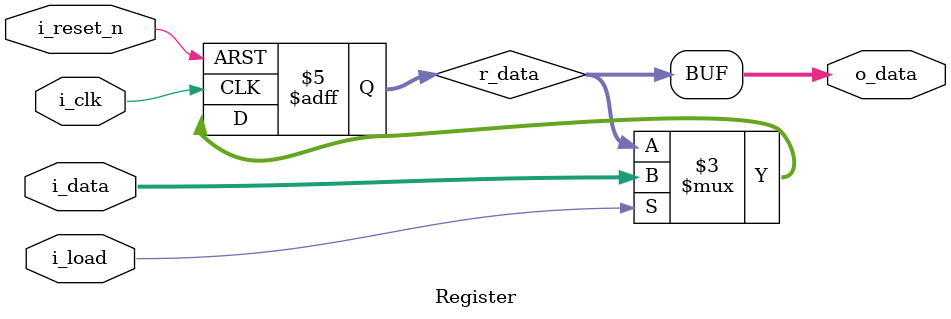
<source format=v>

module Register
#(
    // NOTE: 0xFF is default value used for Stack
    parameter [7:0] DEFAULT_VALUE = 8'hFF
)
(
    input i_clk,
    input i_reset_n,

    input [7:0] i_data,         // input from data bus
    input i_load,               // control signal to load
    output [7:0] o_data         // value stored in register
);

reg [7:0] r_data;

always @(negedge i_reset_n or negedge i_clk)
begin
    if (!i_reset_n)
        r_data <= DEFAULT_VALUE;
    else if (i_load)
        r_data <= i_data;
end

assign o_data = r_data;

endmodule
</source>
